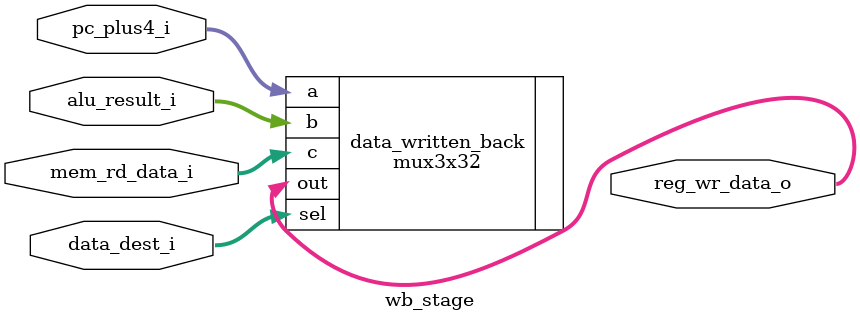
<source format=v>
module wb_stage (
    input wire [31:0] pc_plus4_i,
    input wire [31:0] alu_result_i,
    input wire [31:0] mem_rd_data_i,
    input wire [1:0] data_dest_i,
    output wire [31:0] reg_wr_data_o
);

    mux3x32 data_written_back(
        .a(pc_plus4_i),
        .b(alu_result_i),
        .c(mem_rd_data_i),
        .sel(data_dest_i),
        .out(reg_wr_data_o)
    );

endmodule
</source>
